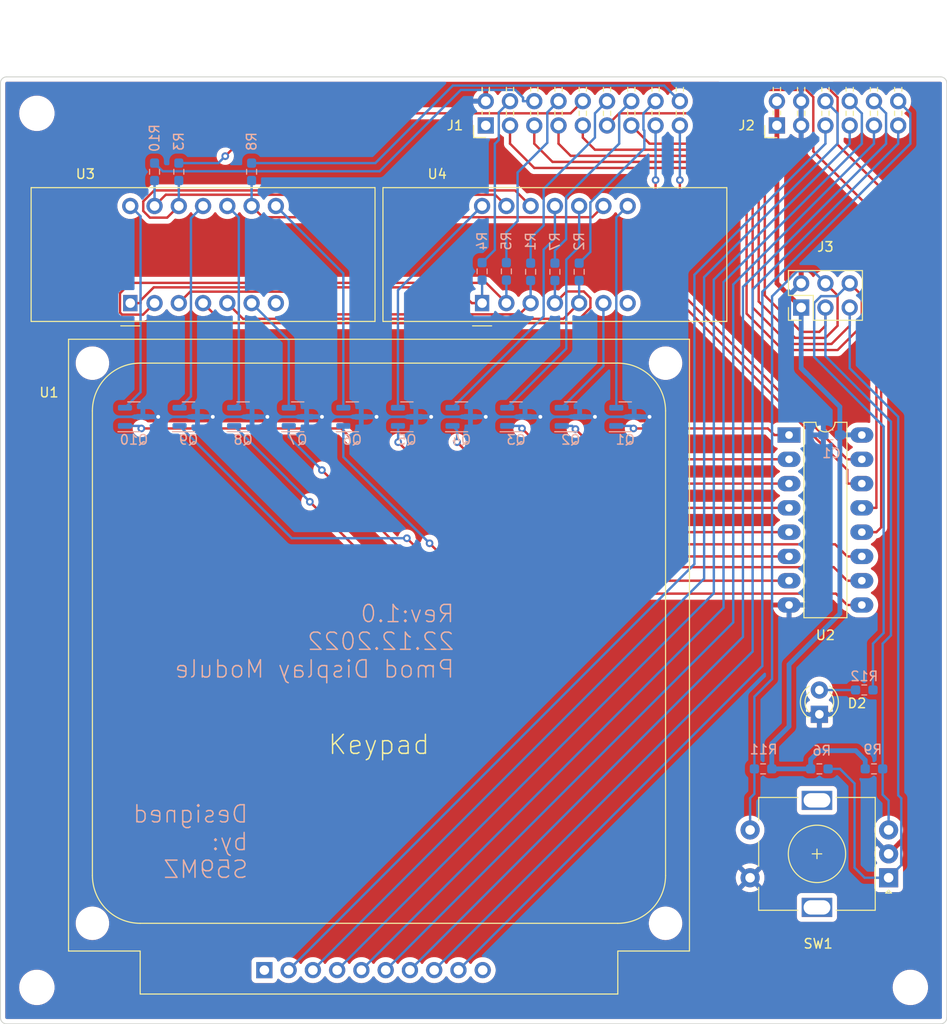
<source format=kicad_pcb>
(kicad_pcb (version 20221018) (generator pcbnew)
  (title_block (title "10-Digit display with keyboard") (date "2022-12-27") (rev "1.0") (company "S59MZ"))
  (layers (0 "F.Cu" signal) (31 "B.Cu" signal) (34 "B.Paste" user) (35 "F.Paste" user) (36 "B.SilkS" user "B.Silkscreen") (37 "F.SilkS" user "F.Silkscreen") (38 "B.Mask" user) (39 "F.Mask" user) (44 "Edge.Cuts" user))
  (net 0 "")
  (net 3 "VCC")
  (net 4 "GND")
  (net 5 "/b1")
  (net 6 "/b2")
  (net 7 "/dp")
  (net 8 "/a")
  (net 9 "/b3")
  (net 10 "/b")
  (net 11 "/b4")
  (net 12 "/c")
  (net 13 "/a3")
  (net 14 "/d")
  (net 15 "/a2")
  (net 16 "/e")
  (net 17 "/a1")
  (net 18 "/f")
  (net 19 "/a0")
  (net 20 "/g")
  (net 21 "/r1")
  (net 22 "/c1")
  (net 23 "/r2")
  (net 24 "/c2")
  (net 25 "/r3")
  (net 26 "/c3")
  (net 27 "/r4")
  (net 28 "/c4")
  (net 29 "/q0")
  (net 30 "/cc1")
  (net 31 "/q1")
  (net 32 "/cc2")
  (net 33 "/q2")
  (net 34 "/cc3")
  (net 35 "/q3")
  (net 36 "/cc4")
  (net 37 "/q4")
  (net 38 "/cc5")
  (net 39 "/q5")
  (net 40 "/cc6")
  (net 41 "/q6")
  (net 42 "/cc7")
  (net 43 "/q7")
  (net 44 "/cc8")
  (net 45 "/q8")
  (net 46 "/cc9")
  (net 47 "/q9")
  (net 48 "/cc10")
  (net 49 "/dp_r")
  (net 50 "/g_r")
  (net 51 "/f_r")
  (net 52 "/e_r")
  (net 53 "/d_r")
  (net 54 "/c_r")
  (net 55 "/b_r")
  (net 56 "/a_r")
  (net 57 "Net-(D2-Pad2)")
  (footprint "pcm:PinHeader_2x09_P2.54mm_Horizontal" (layer "F.Cu") (at 111.76 50.8 90)
    (fp_text reference "J1")
    (fp_text value "2x09")
  )
  (footprint "MountingHole:MountingHole_2.7mm_M2.5" (layer "F.Cu") (at 64.77 140.97)
    (fp_text reference "H2" hide)
    (fp_text value "2.5")
  )
  (footprint "Rotary_Encoder:RotaryEncoder_Alps_EC11E-Switch_Vertical_H20mm" (layer "F.Cu") (at 153.935 129.5 180)
    (fp_text reference "SW1")
    (fp_text value "RC")
  )
  (footprint "MountingHole:MountingHole_2.7mm_M2.5" (layer "F.Cu") (at 156.21 140.97)
    (fp_text reference "H3" hide)
    (fp_text value "2.5")
  )
  (footprint "display_10dig:3561AS1-1" (layer "F.Cu") (at 111.379 69.384 90)
    (fp_text reference "U4")
    (fp_text value "3561AS1-1")
  )
  (footprint "MountingHole:MountingHole_2.7mm_M2.5" (layer "F.Cu") (at 64.77 49.53)
    (fp_text reference "H1" hide)
    (fp_text value "2.5")
  )
  (footprint "Connector_PinHeader_2.54mm:PinHeader_2x03_P2.54mm_Vertical" (layer "F.Cu") (at 144.78 69.85 90)
    (fp_text reference "J3")
    (fp_text value "02x03")
  )
  (footprint "pcm:PinHeader_2x06_P2.54mm_Horizontal" (layer "F.Cu") (at 142.24 50.8 90)
    (fp_text reference "J2")
    (fp_text value "2x06")
  )
  (footprint "Package_DIP:DIP-16_W7.62mm_LongPads" (layer "F.Cu") (at 143.51 83.185)
    (fp_text reference "U2")
    (fp_text value "7442")
  )
  (footprint "LED_THT:LED_D3.0mm" (layer "F.Cu") (at 146.685 112.4 90)
    (fp_text reference "D2")
    (fp_text value "LED")
  )
  (footprint "display_10dig:3561AS1-1" (layer "F.Cu") (at 74.549 69.384 90)
    (fp_text reference "U3")
    (fp_text value "3561AS1-1")
  )
  (footprint "display_10dig:keypad hex" (layer "F.Cu") (at 100.584 105.664)
    (fp_text reference "U1")
    (fp_text value "keypad")
  )
  (footprint "Capacitor_SMD:C_0603_1608Metric_Pad1.08x0.95mm_HandSolder" (layer "B.Cu") (at 147.97 83.17 180)
    (fp_text reference "C1")
    (fp_text value "100n")
  )
  (footprint "Package_TO_SOT_SMD:SOT-23" (layer "B.Cu") (at 114.935 81.28)
    (fp_text reference "Q3")
    (fp_text value "MMBT3906")
  )
  (footprint "Package_TO_SOT_SMD:SOT-23" (layer "B.Cu") (at 80.645 81.28)
    (fp_text reference "Q9")
    (fp_text value "MMBT3906")
  )
  (footprint "Resistor_SMD:R_0603_1608Metric_Pad0.98x0.95mm_HandSolder" (layer "B.Cu") (at 121.539 66.1105 90)
    (fp_text reference "R2")
    (fp_text value "47R")
  )
  (footprint "Package_TO_SOT_SMD:SOT-23" (layer "B.Cu") (at 109.22 81.28)
    (fp_text reference "Q4")
    (fp_text value "MMBT3906")
  )
  (footprint "Resistor_SMD:R_0603_1608Metric_Pad0.98x0.95mm_HandSolder" (layer "B.Cu") (at 77.089 55.6495 90)
    (fp_text reference "R10")
    (fp_text value "47R")
  )
  (footprint "Package_TO_SOT_SMD:SOT-23" (layer "B.Cu") (at 92.075 81.28)
    (fp_text reference "Q7")
    (fp_text value "MMBT3906")
  )
  (footprint "Package_TO_SOT_SMD:SOT-23" (layer "B.Cu") (at 120.65 81.28)
    (fp_text reference "Q2")
    (fp_text value "MMBT3906")
  )
  (footprint "Resistor_SMD:R_0603_1608Metric_Pad0.98x0.95mm_HandSolder" (layer "B.Cu") (at 113.919 66.0635 90)
    (fp_text reference "R5")
    (fp_text value "47R")
  )
  (footprint "Resistor_SMD:R_0603_1608Metric_Pad0.98x0.95mm_HandSolder" (layer "B.Cu") (at 146.685 118.11)
    (fp_text reference "R6")
    (fp_text value "10k")
  )
  (footprint "Resistor_SMD:R_0603_1608Metric_Pad0.98x0.95mm_HandSolder" (layer "B.Cu") (at 79.629 55.6495 90)
    (fp_text reference "R3")
    (fp_text value "47R")
  )
  (footprint "Resistor_SMD:R_0603_1608Metric_Pad0.98x0.95mm_HandSolder" (layer "B.Cu") (at 116.459 66.1105 90)
    (fp_text reference "R1")
    (fp_text value "47R")
  )
  (footprint "Resistor_SMD:R_0603_1608Metric_Pad0.98x0.95mm_HandSolder" (layer "B.Cu") (at 152.4 118.11)
    (fp_text reference "R9")
    (fp_text value "10k")
  )
  (footprint "Resistor_SMD:R_0603_1608Metric_Pad0.98x0.95mm_HandSolder" (layer "B.Cu") (at 111.379 66.0635 90)
    (fp_text reference "R4")
    (fp_text value "47R")
  )
  (footprint "Resistor_SMD:R_0603_1608Metric_Pad0.98x0.95mm_HandSolder" (layer "B.Cu") (at 151.384 109.855 180)
    (fp_text reference "R12")
    (fp_text value "470R")
  )
  (footprint "Resistor_SMD:R_0603_1608Metric_Pad0.98x0.95mm_HandSolder" (layer "B.Cu") (at 118.999 66.1105 90)
    (fp_text reference "R7")
    (fp_text value "47R")
  )
  (footprint "Resistor_SMD:R_0603_1608Metric_Pad0.98x0.95mm_HandSolder" (layer "B.Cu") (at 87.249 55.6495 90)
    (fp_text reference "R8")
    (fp_text value "47R")
  )
  (footprint "Resistor_SMD:R_0603_1608Metric_Pad0.98x0.95mm_HandSolder" (layer "B.Cu") (at 140.796 118.11 180)
    (fp_text reference "R11")
    (fp_text value "10k")
  )
  (footprint "Package_TO_SOT_SMD:SOT-23" (layer "B.Cu") (at 97.79 81.28)
    (fp_text reference "Q6")
    (fp_text value "MMBT3906")
  )
  (footprint "Package_TO_SOT_SMD:SOT-23" (layer "B.Cu") (at 74.93 81.28)
    (fp_text reference "Q10")
    (fp_text value "MMBT3906")
  )
  (footprint "Package_TO_SOT_SMD:SOT-23" (layer "B.Cu") (at 86.36 81.28)
    (fp_text reference "Q8")
    (fp_text value "MMBT3906")
  )
  (footprint "Package_TO_SOT_SMD:SOT-23" (layer "B.Cu") (at 103.505 81.28)
    (fp_text reference "Q5")
    (fp_text value "MMBT3906")
  )
  (footprint "Package_TO_SOT_SMD:SOT-23" (layer "B.Cu") (at 126.365 81.28)
    (fp_text reference "Q1")
    (fp_text value "MMBT3906")
  )
  (gr_line (start 61.595 45.72) (end 159.385 45.72) (stroke (width 0.1)) (layer "Edge.Cuts"))
  (gr_arc (start 160.02 144.145) (mid 159.834013 144.594013) (end 159.385 144.78) (stroke (width 0.1)) (layer "Edge.Cuts"))
  (gr_line (start 160.02 46.355) (end 160.02 144.145) (stroke (width 0.1)) (layer "Edge.Cuts"))
  (gr_line (start 159.385 144.78) (end 61.595 144.78) (stroke (width 0.1)) (layer "Edge.Cuts"))
  (gr_arc (start 60.96 46.355) (mid 61.145987 45.905987) (end 61.595 45.72) (stroke (width 0.1)) (layer "Edge.Cuts"))
  (gr_arc (start 61.595 144.78) (mid 61.145987 144.594013) (end 60.96 144.145) (stroke (width 0.1)) (layer "Edge.Cuts"))
  (gr_arc (start 159.385 45.72) (mid 159.834013 45.905987) (end 160.02 46.355) (stroke (width 0.1)) (layer "Edge.Cuts"))
  (gr_line (start 60.96 144.145) (end 60.96 46.355) (stroke (width 0.1)) (layer "Edge.Cuts"))
  (gr_text "Rev:1.0\n22.12.2022\nPmod Display Module" (at 108.585 104.775) (layer "B.SilkS") (effects (font (size 1.8 1.8)) (justify left mirror)))
  (gr_text "Designed\nby:\nS59MZ" (at 86.995 125.73) (layer "B.SilkS") (effects (font (size 1.8 1.8)) (justify left mirror)))
  (segment (start 142.24 50.8) (end 142.24 67.31) (width 0.5) (layer "F.Cu") (net 3))
  (segment (start 142.24 48.26) (end 142.24 50.8) (width 0.5) (layer "F.Cu") (net 3))
  (segment (start 142.24 67.31) (end 144.78 69.85) (width 0.5) (layer "F.Cu") (net 3))
  (segment (start 141.7085 115.4665) (end 141.7085 118.11) (width 0.5) (layer "B.Cu") (net 3))
  (segment (start 145.3077 76.7277) (end 144.78 76.2) (width 0.5) (layer "B.Cu") (net 3))
  (segment (start 146.685 116.205) (end 150.495 116.205) (width 0.5) (layer "B.Cu") (net 3))
  (segment (start 145.7725 117.1175) (end 146.685 116.205) (width 0.5) (layer "B.Cu") (net 3))
  (segment (start 145.542 105.156) (end 148.8325 101.8655) (width 0.5) (layer "B.Cu") (net 3))
  (segment (start 145.3376 76.7277) (end 148.832 80.2225) (width 0.5) (layer "B.Cu") (net 3))
  (segment (start 145.7725 118.11) (end 145.7725 117.1175) (width 0.5) (layer "B.Cu") (net 3))
  (segment (start 148.8325 83.17) (end 151.115 83.17) (width 0.5) (layer "B.Cu") (net 3))
  (segment (start 151.4875 117.1975) (end 151.4875 118.11) (width 0.5) (layer "B.Cu") (net 3))
  (segment (start 143.51 113.665) (end 141.7085 115.4665) (width 0.5) (layer "B.Cu") (net 3))
  (segment (start 148.8325 101.8655) (end 148.8325 83.17) (width 0.5) (layer "B.Cu") (net 3))
  (segment (start 145.3376 76.7277) (end 145.3077 76.7277) (width 0.5) (layer "B.Cu") (net 3))
  (segment (start 144.795 76.185) (end 145.3376 76.7277) (width 0.5) (layer "B.Cu") (net 3))
  (segment (start 150.495 116.205) (end 151.4875 117.1975) (width 0.5) (layer "B.Cu") (net 3))
  (segment (start 148.832 83.17) (end 148.8325 83.17) (width 0.5) (layer "B.Cu") (net 3))
  (segment (start 151.115 83.17) (end 151.13 83.185) (width 0.5) (layer "B.Cu") (net 3))
  (segment (start 145.542 105.156) (end 143.51 107.188) (width 0.5) (layer "B.Cu") (net 3))
  (segment (start 148.832 80.2225) (end 148.832 83.17) (width 0.5) (layer "B.Cu") (net 3))
  (segment (start 143.51 107.188) (end 143.51 113.665) (width 0.5) (layer "B.Cu") (net 3))
  (segment (start 141.7085 118.11) (end 145.7725 118.11) (width 0.5) (layer "B.Cu") (net 3))
  (segment (start 144.78 76.2) (end 144.78 69.85) (width 0.5) (layer "B.Cu") (net 3))
  (segment (start 144.78 50.8) (end 144.78 67.31) (width 0.5) (layer "F.Cu") (net 4))
  (segment (start 144.78 48.26) (end 144.78 50.8) (width 0.5) (layer "F.Cu") (net 4))
  (via (at 88.9 81.28) (size 0.8) (drill 0.4) (layers "F.Cu" "B.Cu") (net 4))
  (via (at 106.045 81.28) (size 0.8) (drill 0.4) (layers "F.Cu" "B.Cu") (net 4))
  (via (at 123.19 81.28) (size 0.8) (drill 0.4) (layers "F.Cu" "B.Cu") (net 4))
  (via (at 128.905 81.28) (size 0.8) (drill 0.4) (layers "F.Cu" "B.Cu") (net 4))
  (via (at 94.615 81.28) (size 0.8) (drill 0.4) (layers "F.Cu" "B.Cu") (net 4))
  (via (at 117.475 81.28) (size 0.8) (drill 0.4) (layers "F.Cu" "B.Cu") (net 4))
  (via (at 100.33 81.28) (size 0.8) (drill 0.4) (layers "F.Cu" "B.Cu") (net 4))
  (via (at 111.76 81.28) (size 0.8) (drill 0.4) (layers "F.Cu" "B.Cu") (net 4))
  (via (at 83.185 81.28) (size 0.8) (drill 0.4) (layers "F.Cu" "B.Cu") (net 4))
  (via (at 77.47 81.28) (size 0.8) (drill 0.4) (layers "F.Cu" "B.Cu") (net 4))
  (segment (start 94.615 81.28) (end 93.0125 81.28) (width 0.5) (layer "B.Cu") (net 4))
  (segment (start 77.47 81.28) (end 75.8675 81.28) (width 0.5) (layer "B.Cu") (net 4))
  (segment (start 147.108 89.8375) (end 147.108 99.2725) (width 0.5) (layer "B.Cu") (net 4))
  (segment (start 143.48 68.61) (end 143.48 76.835) (width 0.5) (layer "B.Cu") (net 4))
  (segment (start 128.905 81.28) (end 127.3025 81.28) (width 0.5) (layer "B.Cu") (net 4))
  (segment (start 147.108 80.4025) (end 147.108 89.8375) (width 0.5) (layer "B.Cu") (net 4))
  (segment (start 147.108 99.2725) (end 145.415 100.965) (width 0.5) (layer "B.Cu") (net 4))
  (segment (start 117.475 81.28) (end 115.8725 81.28) (width 0.5) (layer "B.Cu") (net 4))
  (segment (start 147.1075 89.837) (end 147.1075 83.17) (width 0.5) (layer "B.Cu") (net 4))
  (segment (start 123.19 81.28) (end 121.5875 81.28) (width 0.5) (layer "B.Cu") (net 4))
  (segment (start 145.415 100.965) (end 143.51 100.965) (width 0.5) (layer "B.Cu") (net 4))
  (segment (start 83.185 81.28) (end 81.5825 81.28) (width 0.5) (layer "B.Cu") (net 4))
  (segment (start 88.9 81.28) (end 87.2975 81.28) (width 0.5) (layer "B.Cu") (net 4))
  (segment (start 100.33 81.28) (end 98.7275 81.28) (width 0.5) (layer "B.Cu") (net 4))
  (segment (start 106.045 81.28) (end 104.4425 81.28) (width 0.5) (layer "B.Cu") (net 4))
  (segment (start 144.78 67.31) (end 143.48 68.61) (width 0.5) (layer "B.Cu") (net 4))
  (segment (start 143.495 76.79) (end 147.108 80.4025) (width 0.5) (layer "B.Cu") (net 4))
  (segment (start 111.76 81.28) (end 110.1575 81.28) (width 0.5) (layer "B.Cu") (net 4))
  (segment (start 147.108 89.8375) (end 147.1075 89.837) (width 0.5) (layer "B.Cu") (net 4))
  (segment (start 139.065 70.485) (end 142.875 74.295) (width 0.25) (layer "F.Cu") (net 5))
  (segment (start 148.59 74.295) (end 151.13 71.755) (width 0.25) (layer "F.Cu") (net 5))
  (segment (start 137.4775 55.245) (end 139.065 56.8325) (width 0.25) (layer "F.Cu") (net 5))
  (segment (start 114.3 52.705) (end 116.84 55.245) (width 0.25) (layer "F.Cu") (net 5))
  (segment (start 116.84 55.245) (end 137.4775 55.245) (width 0.25) (layer "F.Cu") (net 5))
  (segment (start 142.875 74.295) (end 148.59 74.295) (width 0.25) (layer "F.Cu") (net 5))
  (segment (start 114.3 50.8) (end 114.3 52.705) (width 0.25) (layer "F.Cu") (net 5))
  (segment (start 151.13 71.755) (end 151.13 68.58) (width 0.25) (layer "F.Cu") (net 5))
  (segment (start 139.065 56.8325) (end 139.065 70.485) (width 0.25) (layer "F.Cu") (net 5))
  (segment (start 151.13 68.58) (end 149.86 67.31) (width 0.25) (layer "F.Cu") (net 5))
  (segment (start 146.145 69.363299) (end 146.849949 68.65835) (width 0.25) (layer "B.Cu") (net 5))
  (segment (start 153.416 103.886) (end 153.416 82.296) (width 0.25) (layer "B.Cu") (net 5))
  (segment (start 152.2965 105.0055) (end 153.416 103.886) (width 0.25) (layer "B.Cu") (net 5))
  (segment (start 148.51165 68.65835) (end 149.86 67.31) (width 0.25) (layer "B.Cu") (net 5))
  (segment (start 152.2965 109.855) (end 152.2965 105.0055) (width 0.25) (layer "B.Cu") (net 5))
  (segment (start 146.145 75.025) (end 146.145 69.363299) (width 0.25) (layer "B.Cu") (net 5))
  (segment (start 153.416 82.296) (end 146.145 75.025) (width 0.25) (layer "B.Cu") (net 5))
  (segment (start 146.849949 68.65835) (end 148.51165 68.65835) (width 0.25) (layer "B.Cu") (net 5))
  (segment (start 147.955 73.66) (end 149.86 71.755) (width 0.25) (layer "F.Cu") (net 6))
  (segment (start 137.796396 54.61) (end 139.7 56.513604) (width 0.25) (layer "F.Cu") (net 6))
  (segment (start 118.745 54.61) (end 137.796396 54.61) (width 0.25) (layer "F.Cu") (net 6))
  (segment (start 139.7 56.513604) (end 139.7 69.848604) (width 0.25) (layer "F.Cu") (net 6))
  (segment (start 116.84 52.705) (end 118.745 54.61) (width 0.25) (layer "F.Cu") (net 6))
  (segment (start 149.86 71.755) (end 149.86 69.85) (width 0.25) (layer "F.Cu") (net 6))
  (segment (start 116.84 50.8) (end 116.84 52.705) (width 0.25) (layer "F.Cu") (net 6))
  (segment (start 139.7 69.848604) (end 143.511396 73.66) (width 0.25) (layer "F.Cu") (net 6))
  (segment (start 143.511396 73.66) (end 147.955 73.66) (width 0.25) (layer "F.Cu") (net 6))
  (segment (start 150.368 119.634) (end 148.844 118.11) (width 0.25) (layer "B.Cu") (net 6))
  (segment (start 153.935 129.5) (end 151.424 129.5) (width 0.25) (layer "B.Cu") (net 6))
  (segment (start 154.94 120.870584) (end 154.94 81.28) (width 0.25) (layer "B.Cu") (net 6))
  (segment (start 149.86 76.2) (end 149.86 69.85) (width 0.25) (layer "B.Cu") (net 6))
  (segment (start 148.844 118.11) (end 147.5975 118.11) (width 0.25) (layer "B.Cu") (net 6))
  (segment (start 150.368 128.444) (end 150.368 119.634) (width 0.25) (layer "B.Cu") (net 6))
  (segment (start 155.26 121.190584) (end 154.94 120.870584) (width 0.25) (layer "B.Cu") (net 6))
  (segment (start 153.935 129.5) (end 155.26 128.175) (width 0.25) (layer "B.Cu") (net 6))
  (segment (start 155.26 128.175) (end 155.26 121.190584) (width 0.25) (layer "B.Cu") (net 6))
  (segment (start 154.94 81.28) (end 149.86 76.2) (width 0.25) (layer "B.Cu") (net 6))
  (segment (start 151.424 129.5) (end 150.368 128.444) (width 0.25) (layer "B.Cu") (net 6))
  (segment (start 117.824 61.246) (end 116.459 62.611) (width 0.25) (layer "B.Cu") (net 7))
  (segment (start 123.19 52.07) (end 117.824 57.436) (width 0.25) (layer "B.Cu") (net 7))
  (segment (start 124.46 48.26) (end 123.19 49.53) (width 0.25) (layer "B.Cu") (net 7))
  (segment (start 123.19 49.53) (end 123.19 52.07) (width 0.25) (layer "B.Cu") (net 7))
  (segment (start 117.824 57.436) (end 117.824 61.246) (width 0.25) (layer "B.Cu") (net 7))
  (segment (start 116.459 62.611) (end 116.459 65.198) (width 0.25) (layer "B.Cu") (net 7))
  (segment (start 115.6647 47.8926) (end 115.6647 48.26) (width 0.25) (layer "B.Cu") (net 8))
  (segment (start 116.84 48.26) (end 115.6647 48.26) (width 0.25) (layer "B.Cu") (net 8))
  (segment (start 109.1508 47.0847) (end 114.8568 47.0847) (width 0.25) (layer "B.Cu") (net 8))
  (segment (start 114.8568 47.0847) (end 115.6647 47.8926) (width 0.25) (layer "B.Cu") (net 8))
  (segment (start 100.643 55.5925) (end 109.1508 47.0847) (width 0.25) (layer "B.Cu") (net 8))
  (segment (start 77.089 54.737) (end 77.9445 55.5925) (width 0.25) (layer "B.Cu") (net 8))
  (segment (start 77.9445 55.5925) (end 100.643 55.5925) (width 0.25) (layer "B.Cu") (net 8))
  (segment (start 147.32 73.025) (end 144.144302 73.025) (width 0.25) (layer "F.Cu") (net 9))
  (segment (start 148.59 68.58) (end 148.59 71.755) (width 0.25) (layer "F.Cu") (net 9))
  (segment (start 144.144302 73.025) (end 140.335 69.215698) (width 0.25) (layer "F.Cu") (net 9))
  (segment (start 138.111802 53.975) (end 120.65 53.975) (width 0.25) (layer "F.Cu") (net 9))
  (segment (start 119.38 52.705) (end 119.38 50.8) (width 0.25) (layer "F.Cu") (net 9))
  (segment (start 140.335 56.198198) (end 138.111802 53.975) (width 0.25) (layer "F.Cu") (net 9))
  (segment (start 147.32 67.31) (end 148.59 68.58) (width 0.25) (layer "F.Cu") (net 9))
  (segment (start 140.335 69.215698) (end 140.335 56.198198) (width 0.25) (layer "F.Cu") (net 9))
  (segment (start 148.59 71.755) (end 147.32 73.025) (width 0.25) (layer "F.Cu") (net 9))
  (segment (start 120.65 53.975) (end 119.38 52.705) (width 0.25) (layer "F.Cu") (net 9))
  (segment (start 147.32 67.31) (end 146.05 66.04) (width 0.25) (layer "B.Cu") (net 9))
  (segment (start 141.732 68.6734) (end 141.732 108.712) (width 0.25) (layer "B.Cu") (net 9))
  (segment (start 146.05 66.04) (end 144.3654 66.04) (width 0.25) (layer "B.Cu") (net 9))
  (segment (start 141.732 108.712) (end 139.8835 110.5605) (width 0.25) (layer "B.Cu") (net 9))
  (segment (start 144.3654 66.04) (end 141.732 68.6734) (width 0.25) (layer "B.Cu") (net 9))
  (segment (start 139.8835 110.5605) (end 139.8835 118.11) (width 0.25) (layer "B.Cu") (net 9))
  (segment (start 139.8835 120.7205) (end 139.435 121.169) (width 0.25) (layer "B.Cu") (net 9))
  (segment (start 139.435 121.169) (end 139.435 124.5) (width 0.25) (layer "B.Cu") (net 9))
  (segment (start 139.8835 118.11) (end 139.8835 120.7205) (width 0.25) (layer "B.Cu") (net 9))
  (segment (start 87.249 54.737) (end 100.203 54.737) (width 0.25) (layer "B.Cu") (net 10))
  (segment (start 100.203 54.737) (end 108.3111 46.6289) (width 0.25) (layer "B.Cu") (net 10))
  (segment (start 108.3111 46.6289) (end 130.4489 46.6289) (width 0.25) (layer "B.Cu") (net 10))
  (segment (start 130.4489 46.6289) (end 132.08 48.26) (width 0.25) (layer "B.Cu") (net 10))
  (segment (start 146.685 72.39) (end 144.78 72.39) (width 0.25) (layer "F.Cu") (net 11))
  (segment (start 140.97 68.58) (end 140.97 55.88) (width 0.25) (layer "F.Cu") (net 11))
  (segment (start 140.97 55.88) (end 138.43 53.34) (width 0.25) (layer "F.Cu") (net 11))
  (segment (start 123.19 53.34) (end 121.92 52.07) (width 0.25) (layer "F.Cu") (net 11))
  (segment (start 147.32 71.755) (end 146.685 72.39) (width 0.25) (layer "F.Cu") (net 11))
  (segment (start 138.43 53.34) (end 123.19 53.34) (width 0.25) (layer "F.Cu") (net 11))
  (segment (start 144.78 72.39) (end 140.97 68.58) (width 0.25) (layer "F.Cu") (net 11))
  (segment (start 147.32 69.85) (end 147.32 71.755) (width 0.25) (layer "F.Cu") (net 11))
  (segment (start 121.92 52.07) (end 121.92 50.8) (width 0.25) (layer "F.Cu") (net 11))
  (segment (start 154.178 104.14) (end 153.3125 105.0055) (width 0.25) (layer "B.Cu") (net 11))
  (segment (start 153.3125 120.8005) (end 153.935 121.423) (width 0.25) (layer "B.Cu") (net 11))
  (segment (start 147.32 74.928604) (end 154.178 81.786604) (width 0.25) (layer "B.Cu") (net 11))
  (segment (start 153.3125 105.0055) (end 153.3125 118.11) (width 0.25) (layer "B.Cu") (net 11))
  (segment (start 153.935 121.423) (end 153.935 124.5) (width 0.25) (layer "B.Cu") (net 11))
  (segment (start 147.32 69.85) (end 147.32 74.928604) (width 0.25) (layer "B.Cu") (net 11))
  (segment (start 154.178 81.786604) (end 154.178 104.14) (width 0.25) (layer "B.Cu") (net 11))
  (segment (start 153.3125 118.11) (end 153.3125 120.8005) (width 0.25) (layer "B.Cu") (net 11))
  (segment (start 118.999 63.881) (end 118.999 65.198) (width 0.25) (layer "B.Cu") (net 12))
  (segment (start 125.73 52.705) (end 120.174 58.261) (width 0.25) (layer "B.Cu") (net 12))
  (segment (start 125.73 49.53) (end 125.73 52.705) (width 0.25) (layer "B.Cu") (net 12))
  (segment (start 120.174 58.261) (end 120.174 62.706) (width 0.25) (layer "B.Cu") (net 12))
  (segment (start 120.174 62.706) (end 118.999 63.881) (width 0.25) (layer "B.Cu") (net 12))
  (segment (start 127 48.26) (end 125.73 49.53) (width 0.25) (layer "B.Cu") (net 12))
  (segment (start 152.6553 93.345) (end 151.13 93.345) (width 0.25) (layer "F.Cu") (net 13))
  (segment (start 136.9661 46.6059) (end 147.3289 46.6059) (width 0.25) (layer "F.Cu") (net 13))
  (segment (start 153.1554 57.3575) (end 153.1554 92.8449) (width 0.25) (layer "F.Cu") (net 13))
  (segment (start 124.46 50.8) (end 125.73 49.53) (width 0.25) (layer "F.Cu") (net 13))
  (segment (start 153.1554 92.8449) (end 152.6553 93.345) (width 0.25) (layer "F.Cu") (net 13))
  (segment (start 134.042 49.53) (end 136.9661 46.6059) (width 0.25) (layer "F.Cu") (net 13))
  (segment (start 148.59 47.867) (end 148.59 52.7921) (width 0.25) (layer "F.Cu") (net 13))
  (segment (start 148.59 52.7921) (end 153.1554 57.3575) (width 0.25) (layer "F.Cu") (net 13))
  (segment (start 147.3289 46.6059) (end 148.59 47.867) (width 0.25) (layer "F.Cu") (net 13))
  (segment (start 125.73 49.53) (end 134.042 49.53) (width 0.25) (layer "F.Cu") (net 13))
  (segment (start 118.2047 52.6103) (end 118.2047 49.4353) (width 0.25) (layer "B.Cu") (net 14))
  (segment (start 118.2047 49.4353) (end 119.38 48.26) (width 0.25) (layer "B.Cu") (net 14))
  (segment (start 113.919 61.976) (end 115.094 60.801) (width 0.25) (layer "B.Cu") (net 14))
  (segment (start 115.094 55.721) (end 118.2047 52.6103) (width 0.25) (layer "B.Cu") (net 14))
  (segment (start 113.919 65.151) (end 113.919 61.976) (width 0.25) (layer "B.Cu") (net 14))
  (segment (start 115.094 60.801) (end 115.094 55.721) (width 0.25) (layer "B.Cu") (net 14))
  (segment (start 139.6811 47.0846) (end 145.3063 47.0846) (width 0.25) (layer "F.Cu") (net 15))
  (segment (start 152.6553 90.805) (end 151.13 90.805) (width 0.25) (layer "F.Cu") (net 15))
  (segment (start 146.05 53.506) (end 152.6553 60.1113) (width 0.25) (layer "F.Cu") (net 15))
  (segment (start 146.05 47.8283) (end 146.05 53.506) (width 0.25) (layer "F.Cu") (net 15))
  (segment (start 134.0607 52.705) (end 139.6811 47.0846) (width 0.25) (layer "F.Cu") (net 15))
  (segment (start 127 50.8) (end 128.905 52.705) (width 0.25) (layer "F.Cu") (net 15))
  (segment (start 145.3063 47.0846) (end 146.05 47.8283) (width 0.25) (layer "F.Cu") (net 15))
  (segment (start 128.905 52.705) (end 134.0607 52.705) (width 0.25) (layer "F.Cu") (net 15))
  (segment (start 152.6553 60.1113) (end 152.6553 90.805) (width 0.25) (layer "F.Cu") (net 15))
  (segment (start 112.7101 52.7238) (end 112.7101 63.8199) (width 0.25) (layer "B.Cu") (net 16))
  (segment (start 113.1247 49.4353) (end 113.1247 52.3092) (width 0.25) (layer "B.Cu") (net 16))
  (segment (start 113.1247 52.3092) (end 112.7101 52.7238) (width 0.25) (layer "B.Cu") (net 16))
  (segment (start 114.3 48.26) (end 113.1247 49.4353) (width 0.25) (layer "B.Cu") (net 16))
  (segment (start 112.7101 63.8199) (end 111.379 65.151) (width 0.25) (layer "B.Cu") (net 16))
  (segment (start 129.54 66.7485) (end 149.6047 86.8132) (width 0.25) (layer "F.Cu") (net 17))
  (segment (start 129.54 56.515) (end 129.54 66.7485) (width 0.25) (layer "F.Cu") (net 17))
  (segment (start 149.6047 86.8132) (end 149.6047 88.265) (width 0.25) (layer "F.Cu") (net 17))
  (segment (start 149.6047 88.265) (end 151.13 88.265) (width 0.25) (layer "F.Cu") (net 17))
  (via (at 129.54 56.515) (size 0.8) (drill 0.4) (layers "F.Cu" "B.Cu") (net 17))
  (segment (start 129.54 56.515) (end 129.54 50.8) (width 0.25) (layer "B.Cu") (net 17))
  (segment (start 88.9716 49.53) (end 120.65 49.53) (width 0.25) (layer "F.Cu") (net 18))
  (segment (start 84.49 54.0116) (end 88.9716 49.53) (width 0.25) (layer "F.Cu") (net 18))
  (segment (start 120.65 49.53) (end 121.92 48.26) (width 0.25) (layer "F.Cu") (net 18))
  (via (at 84.49 54.0116) (size 0.8) (drill 0.4) (layers "F.Cu" "B.Cu") (net 18))
  (segment (start 83.7646 54.737) (end 84.49 54.0116) (width 0.25) (layer "B.Cu") (net 18))
  (segment (start 79.629 54.737) (end 83.7646 54.737) (width 0.25) (layer "B.Cu") (net 18))
  (segment (start 132.08 68.2003) (end 149.6047 85.725) (width 0.25) (layer "F.Cu") (net 19))
  (segment (start 149.6047 85.725) (end 151.13 85.725) (width 0.25) (layer "F.Cu") (net 19))
  (segment (start 132.08 56.515) (end 132.08 68.2003) (width 0.25) (layer "F.Cu") (net 19))
  (via (at 132.08 56.515) (size 0.8) (drill 0.4) (layers "F.Cu" "B.Cu") (net 19))
  (segment (start 132.08 56.515) (end 132.08 50.8) (width 0.25) (layer "B.Cu") (net 19))
  (segment (start 129.54 48.26) (end 128.27 49.53) (width 0.25) (layer "B.Cu") (net 20))
  (segment (start 121.539 65.198) (end 122.7144 64.0226) (width 0.25) (layer "B.Cu") (net 20))
  (segment (start 128.3647 53.1993) (end 128.3647 51.3403) (width 0.25) (layer "B.Cu") (net 20))
  (segment (start 122.7144 64.0226) (end 122.7144 58.8496) (width 0.25) (layer "B.Cu") (net 20))
  (segment (start 128.27 49.53) (end 128.27 51.2456) (width 0.25) (layer "B.Cu") (net 20))
  (segment (start 122.7144 58.8496) (end 128.3647 53.1993) (width 0.25) (layer "B.Cu") (net 20))
  (segment (start 128.27 51.2456) (end 128.3647 51.3403) (width 0.25) (layer "B.Cu") (net 20))
  (segment (start 152.4 52.705) (end 152.4 50.8) (width 0.25) (layer "B.Cu") (net 21))
  (segment (start 101.284 139.164) (end 137.668 102.78) (width 0.25) (layer "B.Cu") (net 21))
  (segment (start 137.668 67.437) (end 152.4 52.705) (width 0.25) (layer "B.Cu") (net 21))
  (segment (start 137.668 102.78) (end 137.668 67.437) (width 0.25) (layer "B.Cu") (net 21))
  (segment (start 133.604 66.421) (end 133.604 96.684) (width 0.25) (layer "B.Cu") (net 22))
  (segment (start 133.604 96.684) (end 91.124 139.164) (width 0.25) (layer "B.Cu") (net 22))
  (segment (start 147.32 50.8) (end 147.32 52.705) (width 0.25) (layer "B.Cu") (net 22))
  (segment (start 147.32 52.705) (end 133.604 66.421) (width 0.25) (layer "B.Cu") (net 22))
  (segment (start 153.67 49.53) (end 152.4 48.26) (width 0.25) (layer "B.Cu") (net 23))
  (segment (start 103.824 139.164) (end 138.684 104.304) (width 0.25) (layer "B.Cu") (net 23))
  (segment (start 138.684 67.691) (end 153.67 52.705) (width 0.25) (layer "B.Cu") (net 23))
  (segment (start 153.67 52.705) (end 153.67 49.53) (width 0.25) (layer "B.Cu") (net 23))
  (segment (start 138.684 104.304) (end 138.684 67.691) (width 0.25) (layer "B.Cu") (net 23))
  (segment (start 148.59 52.705) (end 134.62 66.675) (width 0.25) (layer "B.Cu") (net 24))
  (segment (start 147.32 48.26) (end 148.59 49.53) (width 0.25) (layer "B.Cu") (net 24))
  (segment (start 148.59 49.53) (end 148.59 52.705) (width 0.25) (layer "B.Cu") (net 24))
  (segment (start 134.62 98.208) (end 93.664 139.164) (width 0.25) (layer "B.Cu") (net 24))
  (segment (start 134.62 66.675) (end 134.62 98.208) (width 0.25) (layer "B.Cu") (net 24))
  (segment (start 139.7 67.945) (end 154.94 52.705) (width 0.25) (layer "B.Cu") (net 25))
  (segment (start 139.7 105.828) (end 139.7 67.945) (width 0.25) (layer "B.Cu") (net 25))
  (segment (start 154.94 52.705) (end 154.94 50.8) (width 0.25) (layer "B.Cu") (net 25))
  (segment (start 106.364 139.164) (end 139.7 105.828) (width 0.25) (layer "B.Cu") (net 25))
  (segment (start 135.636 66.929) (end 149.86 52.705) (width 0.25) (layer "B.Cu") (net 26))
  (segment (start 135.636 99.732) (end 135.636 66.929) (width 0.25) (layer "B.Cu") (net 26))
  (segment (start 149.86 52.705) (end 149.86 50.8) (width 0.25) (layer "B.Cu") (net 26))
  (segment (start 96.204 139.164) (end 135.636 99.732) (width 0.25) (layer "B.Cu") (net 26))
  (segment (start 156.21 52.705) (end 156.21 49.53) (width 0.25) (layer "B.Cu") (net 27))
  (segment (start 108.904 139.164) (end 140.716 107.352) (width 0.25) (layer "B.Cu") (net 27))
  (segment (start 140.716 107.352) (end 140.716 68.199) (width 0.25) (layer "B.Cu") (net 27))
  (segment (start 140.716 68.199) (end 156.21 52.705) (width 0.25) (layer "B.Cu") (net 27))
  (segment (start 156.21 49.53) (end 154.94 48.26) (width 0.25) (layer "B.Cu") (net 27))
  (segment (start 98.744 139.164) (end 136.652 101.256) (width 0.25) (layer "B.Cu") (net 28))
  (segment (start 151.13 52.705) (end 151.13 49.53) (width 0.25) (layer "B.Cu") (net 28))
  (segment (start 136.652 67.183) (end 151.13 52.705) (width 0.25) (layer "B.Cu") (net 28))
  (segment (start 136.652 101.256) (end 136.652 67.183) (width 0.25) (layer "B.Cu") (net 28))
  (segment (start 151.13 49.53) (end 149.86 48.26) (width 0.25) (layer "B.Cu") (net 28))
  (segment (start 127.2281 82.4975) (end 141.2972 82.4975) (width 0.25) (layer "F.Cu") (net 29))
  (segment (start 141.2972 82.4975) (end 141.9847 83.185) (width 0.25) (layer "F.Cu") (net 29))
  (segment (start 143.51 83.185) (end 141.9847 83.185) (width 0.25) (layer "F.Cu") (net 29))
  (via (at 127.2281 82.4975) (size 0.8) (drill 0.4) (layers "F.Cu" "B.Cu") (net 29))
  (segment (start 125.4275 82.23) (end 126.9606 82.23) (width 0.25) (layer "B.Cu") (net 29))
  (segment (start 126.9606 82.23) (end 127.2281 82.4975) (width 0.25) (layer "B.Cu") (net 29))
  (segment (start 125.4275 80.33) (end 125.4275 60.4155) (width 0.25) (layer "B.Cu") (net 30))
  (segment (start 125.4275 60.4155) (end 126.619 59.224) (width 0.25) (layer "B.Cu") (net 30))
  (segment (start 141.9847 85.725) (end 124.3118 85.725) (width 0.25) (layer "F.Cu") (net 31))
  (segment (start 124.3118 85.725) (end 121.1462 82.5594) (width 0.25) (layer "F.Cu") (net 31))
  (segment (start 143.51 85.725) (end 141.9847 85.725) (width 0.25) (layer "F.Cu") (net 31))
  (via (at 121.1462 82.5594) (size 0.8) (drill 0.4) (layers "F.Cu" "B.Cu") (net 31))
  (segment (start 120.8168 82.23) (end 119.7125 82.23) (width 0.25) (layer "B.Cu") (net 31))
  (segment (start 121.1462 82.5594) (end 120.8168 82.23) (width 0.25) (layer "B.Cu") (net 31))
  (segment (start 124.079 75.9635) (end 124.079 69.384) (width 0.25) (layer "B.Cu") (net 32))
  (segment (start 119.7125 80.33) (end 124.079 75.9635) (width 0.25) (layer "B.Cu") (net 32))
  (segment (start 115.5575 82.4975) (end 121.325 88.265) (width 0.25) (layer "F.Cu") (net 33))
  (segment (start 121.325 88.265) (end 143.51 88.265) (width 0.25) (layer "F.Cu") (net 33))
  (via (at 115.5575 82.4975) (size 0.8) (drill 0.4) (layers "F.Cu" "B.Cu") (net 33))
  (segment (start 115.29 82.23) (end 115.5575 82.4975) (width 0.25) (layer "B.Cu") (net 33))
  (segment (start 113.9975 82.23) (end 115.29 82.23) (width 0.25) (layer "B.Cu") (net 33))
  (segment (start 113.9975 80.33) (end 120.193 74.1345) (width 0.25) (layer "B.Cu") (net 34))
  (segment (start 120.193 64.8343) (end 121.539 63.4883) (width 0.25) (layer "B.Cu") (net 34))
  (segment (start 121.539 63.4883) (end 121.539 59.224) (width 0.25) (layer "B.Cu") (net 34))
  (segment (start 120.193 74.1345) (end 120.193 64.8343) (width 0.25) (layer "B.Cu") (net 34))
  (segment (start 143.51 90.805) (end 141.9847 90.805) (width 0.25) (layer "F.Cu") (net 35))
  (segment (start 108.7627 83.9273) (end 115.6404 90.805) (width 0.25) (layer "F.Cu") (net 35))
  (segment (start 115.6404 90.805) (end 141.9847 90.805) (width 0.25) (layer "F.Cu") (net 35))
  (via (at 108.7627 83.9273) (size 0.8) (drill 0.4) (layers "F.Cu" "B.Cu") (net 35))
  (segment (start 108.2825 82.23) (end 108.7627 82.7102) (width 0.25) (layer "B.Cu") (net 35))
  (segment (start 108.7627 82.7102) (end 108.7627 83.9273) (width 0.25) (layer "B.Cu") (net 35))
  (segment (start 117.824 70.771) (end 117.824 63.786) (width 0.25) (layer "B.Cu") (net 36))
  (segment (start 115.2052 73.3898) (end 117.824 70.771) (width 0.25) (layer "B.Cu") (net 36))
  (segment (start 118.999 59.224) (end 118.999 62.611) (width 0.25) (layer "B.Cu") (net 36))
  (segment (start 115.2052 73.4073) (end 115.2052 73.3898) (width 0.25) (layer "B.Cu") (net 36))
  (segment (start 118.999 62.611) (end 117.824 63.786) (width 0.25) (layer "B.Cu") (net 36))
  (segment (start 108.2825 80.33) (end 115.2052 73.4073) (width 0.25) (layer "B.Cu") (net 36))
  (segment (start 112.0078 93.345) (end 143.51 93.345) (width 0.25) (layer "F.Cu") (net 37))
  (segment (start 102.5901 83.9273) (end 112.0078 93.345) (width 0.25) (layer "F.Cu") (net 37))
  (via (at 102.5901 83.9273) (size 0.8) (drill 0.4) (layers "F.Cu" "B.Cu") (net 37))
  (segment (start 102.5901 82.2526) (end 102.5901 83.9273) (width 0.25) (layer "B.Cu") (net 37))
  (segment (start 102.5675 82.23) (end 102.5901 82.2526) (width 0.25) (layer "B.Cu") (net 37))
  (segment (start 102.5675 80.33) (end 102.5675 68.0355) (width 0.25) (layer "B.Cu") (net 38))
  (segment (start 102.5675 68.0355) (end 111.379 59.224) (width 0.25) (layer "B.Cu") (net 38))
  (segment (start 107.2545 95.885) (end 141.9847 95.885) (width 0.25) (layer "F.Cu") (net 39))
  (segment (start 105.8789 94.5094) (end 107.2545 95.885) (width 0.25) (layer "F.Cu") (net 39))
  (segment (start 143.51 95.885) (end 141.9847 95.885) (width 0.25) (layer "F.Cu") (net 39))
  (via (at 105.8789 94.5094) (size 0.8) (drill 0.4) (layers "F.Cu" "B.Cu") (net 39))
  (segment (start 96.8525 85.483) (end 105.8789 94.5094) (width 0.25) (layer "B.Cu") (net 39))
  (segment (start 96.8525 82.23) (end 96.8525 85.483) (width 0.25) (layer "B.Cu") (net 39))
  (segment (start 96.8525 80.33) (end 96.8525 66.2875) (width 0.25) (layer "B.Cu") (net 40))
  (segment (start 96.8525 66.2875) (end 89.789 59.224) (width 0.25) (layer "B.Cu") (net 40))
  (segment (start 94.6084 86.8519) (end 106.1815 98.425) (width 0.25) (layer "F.Cu") (net 41))
  (segment (start 106.1815 98.425) (end 143.51 98.425) (width 0.25) (layer "F.Cu") (net 41))
  (via (at 94.6084 86.8519) (size 0.8) (drill 0.4) (layers "F.Cu" "B.Cu") (net 41))
  (segment (start 91.1375 82.23) (end 91.1375 83.381) (width 0.25) (layer "B.Cu") (net 41))
  (segment (start 91.1375 83.381) (end 94.6084 86.8519) (width 0.25) (layer "B.Cu") (net 41))
  (segment (start 91.1375 80.33) (end 91.1375 73.2725) (width 0.25) (layer "B.Cu") (net 42))
  (segment (start 91.1375 73.2725) (end 87.249 69.384) (width 0.25) (layer "B.Cu") (net 42))
  (segment (start 149.6047 100.965) (end 151.13 100.965) (width 0.25) (layer "F.Cu") (net 43))
  (segment (start 148.4171 99.7774) (end 149.6047 100.965) (width 0.25) (layer "F.Cu") (net 43))
  (segment (start 93.345 90.17) (end 102.9524 99.7774) (width 0.25) (layer "F.Cu") (net 43))
  (segment (start 102.9524 99.7774) (end 148.4171 99.7774) (width 0.25) (layer "F.Cu") (net 43))
  (via (at 93.345 90.17) (size 0.8) (drill 0.4) (layers "F.Cu" "B.Cu") (net 43))
  (segment (start 90.9213 87.7463) (end 90.9213 87.7288) (width 0.25) (layer "B.Cu") (net 43))
  (segment (start 93.345 90.17) (end 90.9213 87.7463) (width 0.25) (layer "B.Cu") (net 43))
  (segment (start 90.9213 87.7288) (end 85.4225 82.23) (width 0.25) (layer "B.Cu") (net 43))
  (segment (start 85.9094 60.4244) (end 84.709 59.224) (width 0.25) (layer "B.Cu") (net 44))
  (segment (start 85.9094 79.8431) (end 85.9094 60.4244) (width 0.25) (layer "B.Cu") (net 44))
  (segment (start 85.4225 80.33) (end 85.9094 79.8431) (width 0.25) (layer "B.Cu") (net 44))
  (segment (start 149.6047 98.425) (end 151.13 98.425) (width 0.25) (layer "F.Cu") (net 45))
  (segment (start 106.5354 97.0104) (end 148.1901 97.0104) (width 0.25) (layer "F.Cu") (net 45))
  (segment (start 148.1901 97.0104) (end 149.6047 98.425) (width 0.25) (layer "F.Cu") (net 45))
  (segment (start 103.505 93.98) (end 106.5354 97.0104) (width 0.25) (layer "F.Cu") (net 45))
  (via (at 103.505 93.98) (size 0.8) (drill 0.4) (layers "F.Cu" "B.Cu") (net 45))
  (segment (start 103.505 93.98) (end 91.4575 93.98) (width 0.25) (layer "B.Cu") (net 45))
  (segment (start 91.4575 93.98) (end 79.7075 82.23) (width 0.25) (layer "B.Cu") (net 45))
  (segment (start 80.899 79.1385) (end 80.899 60.494) (width 0.25) (layer "B.Cu") (net 46))
  (segment (start 79.7075 80.33) (end 80.899 79.1385) (width 0.25) (layer "B.Cu") (net 46))
  (segment (start 80.899 60.494) (end 82.169 59.224) (width 0.25) (layer "B.Cu") (net 46))
  (segment (start 151.13 95.885) (end 149.6047 95.885) (width 0.25) (layer "F.Cu") (net 47))
  (segment (start 148.3347 94.615) (end 108.7503 94.615) (width 0.25) (layer "F.Cu") (net 47))
  (segment (start 96.6328 82.4975) (end 75.703 82.4975) (width 0.25) (layer "F.Cu") (net 47))
  (segment (start 149.6047 95.885) (end 148.3347 94.615) (width 0.25) (layer "F.Cu") (net 47))
  (segment (start 108.7503 94.615) (end 96.6328 82.4975) (width 0.25) (layer "F.Cu") (net 47))
  (via (at 75.703 82.4975) (size 0.8) (drill 0.4) (layers "F.Cu" "B.Cu") (net 47))
  (segment (start 75.4355 82.23) (end 75.703 82.4975) (width 0.25) (layer "B.Cu") (net 47))
  (segment (start 73.9925 82.23) (end 75.4355 82.23) (width 0.25) (layer "B.Cu") (net 47))
  (segment (start 75.6244 78.6981) (end 75.6244 60.2994) (width 0.25) (layer "B.Cu") (net 48))
  (segment (start 75.6244 60.2994) (end 74.549 59.224) (width 0.25) (layer "B.Cu") (net 48))
  (segment (start 73.9925 80.33) (end 75.6244 78.6981) (width 0.25) (layer "B.Cu") (net 48))
  (segment (start 94.8034 70.5594) (end 92.4295 68.1855) (width 0.25) (layer "F.Cu") (net 49))
  (segment (start 80.8275 68.1855) (end 79.629 69.384) (width 0.25) (layer "F.Cu") (net 49))
  (segment (start 115.2836 70.5594) (end 94.8034 70.5594) (width 0.25) (layer "F.Cu") (net 49))
  (segment (start 92.4295 68.1855) (end 80.8275 68.1855) (width 0.25) (layer "F.Cu") (net 49))
  (segment (start 116.459 69.384) (end 115.2836 70.5594) (width 0.25) (layer "F.Cu") (net 49))
  (segment (start 116.459 67.023) (end 116.459 69.384) (width 0.25) (layer "B.Cu") (net 49))
  (segment (start 121.539 69.384) (end 119.8945 71.0285) (width 0.25) (layer "F.Cu") (net 50))
  (segment (start 86.3535 71.0285) (end 84.709 69.384) (width 0.25) (layer "F.Cu") (net 50))
  (segment (start 119.8945 71.0285) (end 86.3535 71.0285) (width 0.25) (layer "F.Cu") (net 50))
  (segment (start 121.539 67.023) (end 121.539 69.384) (width 0.25) (layer "B.Cu") (net 50))
  (segment (start 79.629 59.224) (end 78.4112 60.4418) (width 0.25) (layer "F.Cu") (net 51))
  (segment (start 77.0553 57.5955) (end 114.8305 57.5955) (width 0.25) (layer "F.Cu") (net 51))
  (segment (start 75.908 58.7428) (end 77.0553 57.5955) (width 0.25) (layer "F.Cu") (net 51))
  (segment (start 76.6002 60.4418) (end 75.908 59.7496) (width 0.25) (layer "F.Cu") (net 51))
  (segment (start 114.8305 57.5955) (end 116.459 59.224) (width 0.25) (layer "F.Cu") (net 51))
  (segment (start 78.4112 60.4418) (end 76.6002 60.4418) (width 0.25) (layer "F.Cu") (net 51))
  (segment (start 75.908 59.7496) (end 75.908 58.7428) (width 0.25) (layer "F.Cu") (net 51))
  (segment (start 79.629 56.562) (end 79.629 59.224) (width 0.25) (layer "B.Cu") (net 51))
  (segment (start 74.549 69.384) (end 75.6243 69.384) (width 0.25) (layer "F.Cu") (net 52))
  (segment (start 77.0044 67.7351) (end 75.6243 69.1152) (width 0.25) (layer "F.Cu") (net 52))
  (segment (start 110.3037 69.384) (end 108.6548 67.7351) (width 0.25) (layer "F.Cu") (net 52))
  (segment (start 75.6243 69.1152) (end 75.6243 69.384) (width 0.25) (layer "F.Cu") (net 52))
  (segment (start 111.379 69.384) (end 110.3037 69.384) (width 0.25) (layer "F.Cu") (net 52))
  (segment (start 108.6548 67.7351) (end 77.0044 67.7351) (width 0.25) (layer "F.Cu") (net 52))
  (segment (start 111.379 66.976) (end 111.379 69.384) (width 0.25) (layer "B.Cu") (net 52))
  (segment (start 73.4737 70.3692) (end 73.6948 70.5903) (width 0.25) (layer "F.Cu") (net 53))
  (segment (start 111.8003 67.2653) (end 74.5614 67.2653) (width 0.25) (layer "F.Cu") (net 53))
  (segment (start 75.8827 70.5903) (end 77.089 69.384) (width 0.25) (layer "F.Cu") (net 53))
  (segment (start 113.919 69.384) (end 111.8003 67.2653) (width 0.25) (layer "F.Cu") (net 53))
  (segment (start 73.6948 70.5903) (end 75.8827 70.5903) (width 0.25) (layer "F.Cu") (net 53))
  (segment (start 73.4737 68.353) (end 73.4737 70.3692) (width 0.25) (layer "F.Cu") (net 53))
  (segment (start 74.5614 67.2653) (end 73.4737 68.353) (width 0.25) (layer "F.Cu") (net 53))
  (segment (start 113.919 66.976) (end 113.919 69.384) (width 0.25) (layer "B.Cu") (net 53))
  (segment (start 122.7181 69.8692) (end 121.1081 71.4792) (width 0.25) (layer "F.Cu") (net 54))
  (segment (start 122.0277 68.166) (end 122.7181 68.8564) (width 0.25) (layer "F.Cu") (net 54))
  (segment (start 122.7181 68.8564) (end 122.7181 69.8692) (width 0.25) (layer "F.Cu") (net 54))
  (segment (start 118.999 69.384) (end 120.217 68.166) (width 0.25) (layer "F.Cu") (net 54))
  (segment (start 84.2642 71.4792) (end 82.169 69.384) (width 0.25) (layer "F.Cu") (net 54))
  (segment (start 121.1081 71.4792) (end 84.2642 71.4792) (width 0.25) (layer "F.Cu") (net 54))
  (segment (start 120.217 68.166) (end 122.0277 68.166) (width 0.25) (layer "F.Cu") (net 54))
  (segment (start 118.999 67.023) (end 118.999 69.384) (width 0.25) (layer "B.Cu") (net 54))
  (segment (start 88.4244 60.3994) (end 122.9036 60.3994) (width 0.25) (layer "F.Cu") (net 55))
  (segment (start 87.249 59.224) (end 88.4244 60.3994) (width 0.25) (layer "F.Cu") (net 55))
  (segment (start 122.9036 60.3994) (end 124.079 59.224) (width 0.25) (layer "F.Cu") (net 55))
  (segment (start 87.249 56.562) (end 87.249 59.224) (width 0.25) (layer "B.Cu") (net 55))
  (segment (start 112.7428 58.0478) (end 113.919 59.224) (width 0.25) (layer "F.Cu") (net 56))
  (segment (start 77.089 59.224) (end 78.2652 58.0478) (width 0.25) (layer "F.Cu") (net 56))
  (segment (start 78.2652 58.0478) (end 112.7428 58.0478) (width 0.25) (layer "F.Cu") (net 56))
  (segment (start 77.089 56.562) (end 77.089 59.224) (width 0.25) (layer "B.Cu") (net 56))
  (segment (start 150.4665 109.86) (end 146.685 109.86) (width 0.25) (layer "B.Cu") (net 57))
  (segment (start 150.4715 109.855) (end 150.4665 109.86) (width 0.25) (layer "B.Cu") (net 57))
  (zone (net 4) (net_name "GND") (layers "F&B.Cu") (connect_pads (clearance 0.508)) (min_thickness 0.254) (fill yes (thermal_gap 0.508) (thermal_bridge_width 0.508))
    (polygon (pts (xy 160.02 144.78) (xy 60.96 144.78) (xy 60.96 45.72) (xy 160.02 45.72)))
  )
)
</source>
